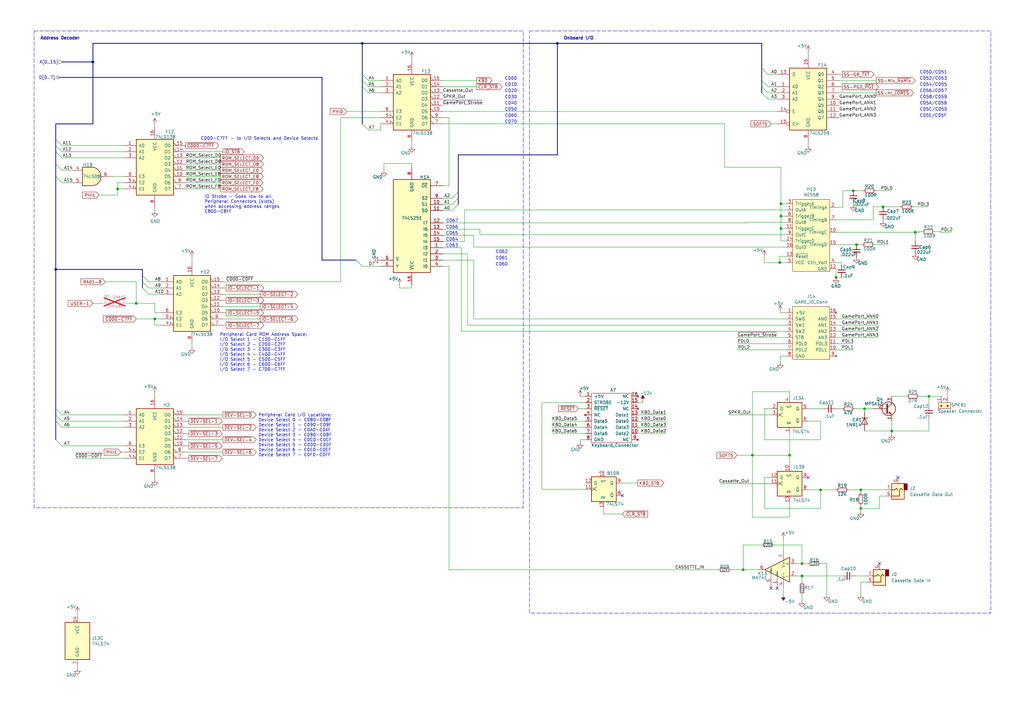
<source format=kicad_sch>
(kicad_sch (version 20230121) (generator eeschema)
  (paper "A3")
  (title_block (title "Apple II Schematic") (rev "0") (comment 1 "Captured from the Apple II Reference Manual (1979)"))
  (junction (at 354.584 167.64))
  (junction (at 319.786 107.696))
  (junction (at 320.294 93.726))
  (junction (at 351.282 100.33))
  (junction (at 48.26 77.47))
  (junction (at 342.9 113.792))
  (junction (at 308.61 186.69))
  (junction (at 320.294 83.566))
  (junction (at 304.8 233.68))
  (junction (at 148.59 17.78))
  (junction (at 336.55 200.914))
  (junction (at 22.86 110.49))
  (junction (at 362.204 84.836))
  (junction (at 350.012 78.232))
  (junction (at 55.88 124.46))
  (junction (at 353.06 208.534))
  (junction (at 375.412 95.25))
  (junction (at 381 162.56))
  (junction (at 228.6 17.78))
  (junction (at 323.85 186.69))
  (junction (at 365.76 176.784))
  (junction (at 320.294 88.646))
  (junction (at 63.5 130.81))
  (junction (at 38.1 25.4))
  (junction (at 328.93 236.22))
  (junction (at 328.93 231.14))
  (junction (at 353.06 200.914))
  (no_connect (at 255.27 203.2))
  (no_connect (at 368.3 195.834))
  (no_connect (at 360.68 231.14))
  (no_connect (at 316.23 241.3))
  (no_connect (at 331.47 195.834))
  (no_connect (at 318.77 241.3))
  (bus_entry (at 148.59 30.48) (size 2.54 2.54))
  (bus_entry (at 22.86 59.69) (size 2.54 2.54))
  (bus_entry (at 185.42 83.82) (size 2.54 -2.54))
  (bus_entry (at 312.42 35.56) (size 2.54 2.54))
  (bus_entry (at 22.86 172.72) (size 2.54 2.54))
  (bus_entry (at 22.86 180.34) (size 2.54 2.54))
  (bus_entry (at 22.86 167.64) (size 2.54 2.54))
  (bus_entry (at 22.86 72.39) (size 2.54 2.54))
  (bus_entry (at 58.42 115.57) (size 2.54 2.54))
  (bus_entry (at 22.86 62.23) (size 2.54 2.54))
  (bus_entry (at 312.42 38.1) (size 2.54 2.54))
  (bus_entry (at 148.59 33.02) (size 2.54 2.54))
  (bus_entry (at 58.42 118.11) (size 2.54 2.54))
  (bus_entry (at 58.42 113.03) (size 2.54 2.54))
  (bus_entry (at 312.42 33.02) (size 2.54 2.54))
  (bus_entry (at 185.42 86.36) (size 2.54 -2.54))
  (bus_entry (at 312.42 27.94) (size 2.54 2.54))
  (bus_entry (at 185.42 81.28) (size 2.54 -2.54))
  (bus_entry (at 148.59 35.56) (size 2.54 2.54))
  (bus_entry (at 22.86 57.15) (size 2.54 2.54))
  (bus_entry (at 22.86 170.18) (size 2.54 2.54))
  (bus_entry (at 148.59 50.8) (size 2.54 2.54))
  (bus_entry (at 146.05 106.68) (size 2.54 2.54))
  (bus_entry (at 22.86 67.31) (size 2.54 2.54))
  (wire (pts (xy 313.69 167.64) (xy 313.69 180.34)))
  (wire (pts (xy 226.314 172.72) (xy 240.03 172.72)))
  (wire (pts (xy 91.44 125.73) (xy 106.68 125.73)))
  (bus (pts (xy 58.42 113.03) (xy 58.42 115.57)))
  (wire (pts (xy 297.18 50.8) (xy 297.18 68.58)))
  (wire (pts (xy 319.786 107.696) (xy 322.58 107.696)))
  (wire (pts (xy 50.8 172.72) (xy 25.4 172.72)))
  (wire (pts (xy 365.76 162.56) (xy 371.856 162.56)))
  (wire (pts (xy 342.9 135.89) (xy 360.172 135.89)))
  (bus (pts (xy 22.86 170.18) (xy 22.86 172.72)))
  (wire (pts (xy 321.31 241.3) (xy 321.31 243.84)))
  (wire (pts (xy 331.47 231.14) (xy 328.93 231.14)))
  (wire (pts (xy 168.91 59.944) (xy 168.91 58.42)))
  (wire (pts (xy 350.012 78.232) (xy 354.076 78.232)))
  (wire (pts (xy 194.31 106.68) (xy 194.31 130.81)))
  (wire (pts (xy 151.13 53.34) (xy 156.21 53.34)))
  (wire (pts (xy 328.93 236.22) (xy 328.93 238.76)))
  (wire (pts (xy 323.85 186.69) (xy 323.85 190.754)))
  (wire (pts (xy 304.8 223.52) (xy 304.8 233.68)))
  (wire (pts (xy 320.294 88.646) (xy 320.294 93.726)))
  (bus (pts (xy 22.86 172.72) (xy 22.86 180.34)))
  (wire (pts (xy 385.826 94.996) (xy 385.826 95.25)))
  (wire (pts (xy 336.55 200.914) (xy 342.9 200.914)))
  (bus (pts (xy 22.86 50.8) (xy 22.86 57.15)))
  (wire (pts (xy 342.9 95.25) (xy 375.412 95.25)))
  (wire (pts (xy 50.8 175.26) (xy 25.4 175.26)))
  (wire (pts (xy 139.7 48.26) (xy 156.21 48.26)))
  (wire (pts (xy 302.514 143.51) (xy 322.58 143.51)))
  (wire (pts (xy 78.74 140.97) (xy 78.74 142.494)))
  (wire (pts (xy 358.14 90.17) (xy 358.14 84.836)))
  (bus (pts (xy 228.6 17.78) (xy 312.42 17.78)))
  (bus (pts (xy 22.86 57.15) (xy 22.86 59.69)))
  (bus (pts (xy 22.86 72.39) (xy 22.86 110.49)))
  (wire (pts (xy 49.53 185.42) (xy 50.8 185.42)))
  (wire (pts (xy 339.09 231.14) (xy 339.09 243.84)))
  (wire (pts (xy 25.4 62.23) (xy 50.8 62.23)))
  (wire (pts (xy 306.07 91.186) (xy 322.58 91.186)))
  (wire (pts (xy 184.15 76.2) (xy 181.61 76.2)))
  (wire (pts (xy 151.13 33.02) (xy 156.21 33.02)))
  (wire (pts (xy 31.75 273.05) (xy 31.75 274.066)))
  (wire (pts (xy 273.304 172.72) (xy 261.62 172.72)))
  (wire (pts (xy 76.2 172.72) (xy 77.47 172.72)))
  (wire (pts (xy 157.48 67.056) (xy 168.91 67.056)))
  (wire (pts (xy 273.304 170.18) (xy 261.62 170.18)))
  (wire (pts (xy 322.58 93.726) (xy 320.294 93.726)))
  (bus (pts (xy 132.08 31.75) (xy 132.08 106.68)))
  (bus (pts (xy 38.1 17.78) (xy 148.59 17.78)))
  (wire (pts (xy 91.44 133.35) (xy 92.71 133.35)))
  (wire (pts (xy 184.15 48.26) (xy 184.15 76.2)))
  (wire (pts (xy 342.9 85.09) (xy 345.694 85.09)))
  (wire (pts (xy 76.2 69.85) (xy 90.424 69.85)))
  (bus (pts (xy 58.42 115.57) (xy 58.42 118.11)))
  (wire (pts (xy 336.55 180.34) (xy 336.55 172.72)))
  (wire (pts (xy 181.61 45.72) (xy 318.77 45.72)))
  (wire (pts (xy 66.04 133.35) (xy 63.5 133.35)))
  (wire (pts (xy 25.4 59.69) (xy 50.8 59.69)))
  (wire (pts (xy 342.9 107.696) (xy 345.186 107.696)))
  (wire (pts (xy 181.61 50.8) (xy 297.18 50.8)))
  (wire (pts (xy 354.584 176.784) (xy 354.584 176.53)))
  (wire (pts (xy 354.584 167.64) (xy 354.584 168.91)))
  (wire (pts (xy 226.314 175.26) (xy 240.03 175.26)))
  (wire (pts (xy 163.83 118.11) (xy 168.91 118.11)))
  (wire (pts (xy 194.31 101.346) (xy 194.31 96.52)))
  (wire (pts (xy 342.9 138.43) (xy 360.172 138.43)))
  (wire (pts (xy 342.9 140.97) (xy 350.012 140.97)))
  (wire (pts (xy 43.18 115.57) (xy 55.88 115.57)))
  (wire (pts (xy 189.23 135.89) (xy 322.58 135.89)))
  (wire (pts (xy 55.88 124.46) (xy 63.5 124.46)))
  (wire (pts (xy 76.2 185.42) (xy 91.44 185.42)))
  (wire (pts (xy 345.44 30.48) (xy 344.17 30.48)))
  (wire (pts (xy 50.8 170.18) (xy 25.4 170.18)))
  (wire (pts (xy 185.42 81.28) (xy 181.61 81.28)))
  (wire (pts (xy 358.648 100.33) (xy 364.236 100.33)))
  (wire (pts (xy 322.58 101.346) (xy 194.31 101.346)))
  (wire (pts (xy 302.514 140.97) (xy 322.58 140.97)))
  (wire (pts (xy 328.93 243.84) (xy 328.93 246.38)))
  (bus (pts (xy 38.1 50.8) (xy 22.86 50.8)))
  (wire (pts (xy 50.8 74.93) (xy 48.26 74.93)))
  (wire (pts (xy 359.41 38.1) (xy 344.17 38.1)))
  (wire (pts (xy 320.04 146.05) (xy 322.58 146.05)))
  (bus (pts (xy 148.59 30.48) (xy 148.59 33.02)))
  (wire (pts (xy 360.68 208.534) (xy 360.68 203.454)))
  (bus (pts (xy 22.86 59.69) (xy 22.86 62.23)))
  (wire (pts (xy 355.6 236.22) (xy 350.52 236.22)))
  (wire (pts (xy 320.294 68.58) (xy 320.294 83.566)))
  (wire (pts (xy 295.656 198.374) (xy 316.23 198.374)))
  (wire (pts (xy 76.2 72.39) (xy 90.424 72.39)))
  (wire (pts (xy 311.15 233.68) (xy 304.8 233.68)))
  (wire (pts (xy 185.42 86.36) (xy 181.61 86.36)))
  (wire (pts (xy 353.06 238.76) (xy 353.06 243.84)))
  (wire (pts (xy 76.2 177.8) (xy 77.47 177.8)))
  (wire (pts (xy 63.5 161.036) (xy 63.5 162.56)))
  (wire (pts (xy 318.77 38.1) (xy 314.96 38.1)))
  (wire (pts (xy 63.5 133.35) (xy 63.5 130.81)))
  (wire (pts (xy 63.5 85.09) (xy 63.5 86.36)))
  (wire (pts (xy 76.2 182.88) (xy 77.47 182.88)))
  (wire (pts (xy 63.5 130.81) (xy 66.04 130.81)))
  (bus (pts (xy 22.86 110.49) (xy 22.86 167.64)))
  (wire (pts (xy 328.93 223.52) (xy 328.93 231.14)))
  (bus (pts (xy 312.42 33.02) (xy 312.42 35.56)))
  (wire (pts (xy 322.58 86.106) (xy 190.5 86.106)))
  (wire (pts (xy 345.44 236.22) (xy 328.93 236.22)))
  (wire (pts (xy 240.03 162.56) (xy 237.998 162.56)))
  (wire (pts (xy 312.42 223.52) (xy 304.8 223.52)))
  (wire (pts (xy 184.15 233.68) (xy 294.64 233.68)))
  (wire (pts (xy 76.2 67.31) (xy 90.424 67.31)))
  (wire (pts (xy 323.85 177.8) (xy 323.85 186.69)))
  (wire (pts (xy 353.06 202.184) (xy 353.06 200.914)))
  (wire (pts (xy 189.23 101.6) (xy 181.61 101.6)))
  (wire (pts (xy 381 166.37) (xy 381 162.56)))
  (wire (pts (xy 184.15 109.22) (xy 184.15 233.68)))
  (bus (pts (xy 38.1 25.4) (xy 38.1 50.8)))
  (wire (pts (xy 222.25 200.66) (xy 240.03 200.66)))
  (wire (pts (xy 237.998 181.356) (xy 237.998 180.34)))
  (wire (pts (xy 91.44 115.57) (xy 139.7 115.57)))
  (wire (pts (xy 378.206 94.996) (xy 376.936 94.996)))
  (wire (pts (xy 345.186 107.696) (xy 345.186 108.712)))
  (wire (pts (xy 328.93 231.14) (xy 326.39 231.14)))
  (wire (pts (xy 365.76 176.784) (xy 354.584 176.784)))
  (wire (pts (xy 237.998 180.34) (xy 240.03 180.34)))
  (wire (pts (xy 55.88 115.57) (xy 55.88 124.46)))
  (wire (pts (xy 189.23 101.6) (xy 189.23 135.89)))
  (wire (pts (xy 353.06 200.914) (xy 363.22 200.914)))
  (wire (pts (xy 322.58 83.566) (xy 320.294 83.566)))
  (wire (pts (xy 38.1 124.46) (xy 41.91 124.46)))
  (wire (pts (xy 31.75 251.46) (xy 31.75 252.73)))
  (bus (pts (xy 148.59 33.02) (xy 148.59 35.56)))
  (wire (pts (xy 63.5 51.054) (xy 63.5 52.07)))
  (wire (pts (xy 91.44 130.81) (xy 106.68 130.81)))
  (wire (pts (xy 181.61 33.02) (xy 195.58 33.02)))
  (wire (pts (xy 376.936 95.25) (xy 375.412 95.25)))
  (wire (pts (xy 48.26 77.47) (xy 50.8 77.47)))
  (wire (pts (xy 196.85 96.266) (xy 196.85 93.98)))
  (wire (pts (xy 385.826 95.25) (xy 390.144 95.25)))
  (wire (pts (xy 342.9 143.51) (xy 350.012 143.51)))
  (wire (pts (xy 247.65 210.82) (xy 255.27 210.82)))
  (wire (pts (xy 342.9 133.35) (xy 360.172 133.35)))
  (wire (pts (xy 320.294 93.726) (xy 320.294 98.806)))
  (wire (pts (xy 342.9 130.81) (xy 360.172 130.81)))
  (wire (pts (xy 336.55 231.14) (xy 339.09 231.14)))
  (wire (pts (xy 344.17 35.56) (xy 345.44 35.56)))
  (wire (pts (xy 313.69 180.34) (xy 336.55 180.34)))
  (wire (pts (xy 30.988 187.96) (xy 50.8 187.96)))
  (wire (pts (xy 342.9 110.236) (xy 342.9 113.792)))
  (bus (pts (xy 146.05 106.68) (xy 132.08 106.68)))
  (wire (pts (xy 181.61 48.26) (xy 184.15 48.26)))
  (wire (pts (xy 25.4 74.93) (xy 29.972 74.93)))
  (wire (pts (xy 190.5 86.106) (xy 190.5 99.06)))
  (wire (pts (xy 76.2 77.47) (xy 90.424 77.47)))
  (wire (pts (xy 383.286 94.996) (xy 385.826 94.996)))
  (wire (pts (xy 52.07 124.46) (xy 55.88 124.46)))
  (wire (pts (xy 185.42 83.82) (xy 181.61 83.82)))
  (wire (pts (xy 139.7 115.57) (xy 139.7 48.26)))
  (wire (pts (xy 298.704 170.18) (xy 316.23 170.18)))
  (wire (pts (xy 191.77 104.14) (xy 191.77 133.35)))
  (bus (pts (xy 187.96 81.28) (xy 187.96 83.82)))
  (wire (pts (xy 365.76 172.72) (xy 365.76 176.784)))
  (wire (pts (xy 318.77 30.48) (xy 314.96 30.48)))
  (wire (pts (xy 308.61 186.69) (xy 323.85 186.69)))
  (wire (pts (xy 273.304 175.26) (xy 261.62 175.26)))
  (wire (pts (xy 302.26 186.69) (xy 308.61 186.69)))
  (wire (pts (xy 381 176.784) (xy 365.76 176.784)))
  (bus (pts (xy 25.4 25.4) (xy 38.1 25.4)))
  (wire (pts (xy 375.412 98.806) (xy 375.412 95.25)))
  (wire (pts (xy 40.64 80.01) (xy 48.26 80.01)))
  (wire (pts (xy 369.316 84.836) (xy 362.204 84.836)))
  (wire (pts (xy 297.18 68.58) (xy 320.294 68.58)))
  (wire (pts (xy 362.204 90.424) (xy 362.204 89.916)))
  (wire (pts (xy 76.2 187.96) (xy 77.47 187.96)))
  (wire (pts (xy 318.77 35.56) (xy 314.96 35.56)))
  (wire (pts (xy 331.47 59.944) (xy 331.47 58.42)))
  (wire (pts (xy 323.85 162.56) (xy 323.85 160.655)))
  (wire (pts (xy 328.93 236.22) (xy 326.39 236.22)))
  (wire (pts (xy 350.012 83.312) (xy 350.012 83.82)))
  (wire (pts (xy 76.2 64.77) (xy 90.424 64.77)))
  (wire (pts (xy 313.436 107.696) (xy 319.786 107.696)))
  (wire (pts (xy 66.04 118.11) (xy 60.96 118.11)))
  (bus (pts (xy 148.59 35.56) (xy 148.59 50.8)))
  (bus (pts (xy 187.96 78.74) (xy 187.96 81.28)))
  (bus (pts (xy 187.96 63.5) (xy 187.96 78.74)))
  (wire (pts (xy 376.936 94.996) (xy 376.936 95.25)))
  (wire (pts (xy 354.584 167.64) (xy 358.14 167.64)))
  (wire (pts (xy 374.396 84.836) (xy 380.746 84.836)))
  (bus (pts (xy 148.59 17.78) (xy 228.6 17.78)))
  (wire (pts (xy 76.2 170.18) (xy 91.44 170.18)))
  (wire (pts (xy 168.91 118.11) (xy 168.91 116.84)))
  (wire (pts (xy 313.436 105.156) (xy 313.436 107.696)))
  (wire (pts (xy 336.55 200.914) (xy 331.47 200.914)))
  (wire (pts (xy 63.5 195.58) (xy 63.5 196.596)))
  (wire (pts (xy 240.03 165.1) (xy 222.25 165.1)))
  (bus (pts (xy 22.86 67.31) (xy 22.86 72.39)))
  (wire (pts (xy 320.294 98.806) (xy 322.58 98.806)))
  (wire (pts (xy 345.694 78.232) (xy 350.012 78.232)))
  (wire (pts (xy 181.61 35.56) (xy 195.58 35.56)))
  (wire (pts (xy 318.77 40.64) (xy 314.96 40.64)))
  (wire (pts (xy 247.65 208.28) (xy 247.65 210.82)))
  (wire (pts (xy 319.786 105.156) (xy 322.58 105.156)))
  (wire (pts (xy 322.58 88.646) (xy 320.294 88.646)))
  (wire (pts (xy 157.48 69.85) (xy 157.48 67.056)))
  (wire (pts (xy 194.31 96.52) (xy 181.61 96.52)))
  (wire (pts (xy 91.44 120.65) (xy 106.68 120.65)))
  (wire (pts (xy 308.61 186.69) (xy 308.61 212.09)))
  (wire (pts (xy 63.5 128.27) (xy 66.04 128.27)))
  (wire (pts (xy 151.13 38.1) (xy 156.21 38.1)))
  (bus (pts (xy 22.86 110.49) (xy 58.42 110.49)))
  (wire (pts (xy 353.06 207.264) (xy 353.06 208.534)))
  (wire (pts (xy 331.47 21.336) (xy 331.47 22.86)))
  (bus (pts (xy 228.6 63.5) (xy 228.6 17.78)))
  (wire (pts (xy 76.2 74.93) (xy 90.424 74.93)))
  (wire (pts (xy 25.4 69.85) (xy 29.972 69.85)))
  (wire (pts (xy 358.14 84.836) (xy 362.204 84.836)))
  (wire (pts (xy 342.9 90.17) (xy 358.14 90.17)))
  (wire (pts (xy 261.62 165.1) (xy 263.652 165.1)))
  (wire (pts (xy 66.04 115.57) (xy 60.96 115.57)))
  (wire (pts (xy 196.85 93.98) (xy 181.61 93.98)))
  (wire (pts (xy 91.44 118.11) (xy 92.71 118.11)))
  (wire (pts (xy 381 162.56) (xy 386.08 162.56)))
  (wire (pts (xy 194.31 130.81) (xy 322.58 130.81)))
  (wire (pts (xy 313.69 208.534) (xy 336.55 208.534)))
  (wire (pts (xy 76.2 175.26) (xy 91.44 175.26)))
  (wire (pts (xy 263.652 165.1) (xy 263.652 164.592)))
  (wire (pts (xy 359.156 78.232) (xy 365.76 78.232)))
  (bus (pts (xy 312.42 35.56) (xy 312.42 38.1)))
  (bus (pts (xy 22.86 62.23) (xy 22.86 67.31)))
  (wire (pts (xy 359.41 33.02) (xy 344.17 33.02)))
  (wire (pts (xy 304.8 233.68) (xy 299.72 233.68)))
  (wire (pts (xy 320.04 128.27) (xy 322.58 128.27)))
  (wire (pts (xy 50.8 182.88) (xy 25.4 182.88)))
  (bus (pts (xy 22.86 167.64) (xy 22.86 170.18)))
  (wire (pts (xy 350.52 167.64) (xy 354.584 167.64)))
  (wire (pts (xy 302.26 138.43) (xy 322.58 138.43)))
  (wire (pts (xy 320.04 128.27) (xy 320.04 127.762)))
  (wire (pts (xy 376.936 162.56) (xy 381 162.56)))
  (wire (pts (xy 148.59 109.22) (xy 156.21 109.22)))
  (wire (pts (xy 222.25 165.1) (xy 222.25 200.66)))
  (wire (pts (xy 316.23 167.64) (xy 313.69 167.64)))
  (wire (pts (xy 323.85 160.655) (xy 308.61 160.655)))
  (wire (pts (xy 316.23 50.8) (xy 318.77 50.8)))
  (wire (pts (xy 353.06 208.534) (xy 360.68 208.534)))
  (wire (pts (xy 316.23 195.834) (xy 313.69 195.834)))
  (wire (pts (xy 76.2 180.34) (xy 91.44 180.34)))
  (wire (pts (xy 78.74 105.41) (xy 78.74 107.95)))
  (wire (pts (xy 168.91 67.056) (xy 168.91 68.58)))
  (wire (pts (xy 320.294 83.566) (xy 320.294 88.646)))
  (wire (pts (xy 237.236 167.64) (xy 240.03 167.64)))
  (wire (pts (xy 319.786 105.156) (xy 319.786 107.696)))
  (wire (pts (xy 163.83 116.84) (xy 163.83 118.11)))
  (wire (pts (xy 168.91 23.876) (xy 168.91 25.4)))
  (wire (pts (xy 328.93 223.52) (xy 317.5 223.52)))
  (wire (pts (xy 181.61 106.68) (xy 194.31 106.68)))
  (wire (pts (xy 321.31 220.98) (xy 321.31 226.06)))
  (wire (pts (xy 45.212 72.39) (xy 50.8 72.39)))
  (wire (pts (xy 76.2 62.23) (xy 91.44 62.23)))
  (wire (pts (xy 347.98 200.914) (xy 353.06 200.914)))
  (wire (pts (xy 322.58 96.266) (xy 196.85 96.266)))
  (wire (pts (xy 306.07 91.186) (xy 306.07 91.44)))
  (wire (pts (xy 25.4 64.77) (xy 50.8 64.77)))
  (wire (pts (xy 336.55 172.72) (xy 331.47 172.72)))
  (wire (pts (xy 91.44 128.27) (xy 92.71 128.27)))
  (wire (pts (xy 91.44 123.19) (xy 92.71 123.19)))
  (bus (pts (xy 312.42 27.94) (xy 312.42 33.02)))
  (wire (pts (xy 342.9 167.64) (xy 345.44 167.64)))
  (bus (pts (xy 312.42 17.78) (xy 312.42 27.94)))
  (wire (pts (xy 381 171.45) (xy 381 176.784)))
  (wire (pts (xy 181.61 109.22) (xy 184.15 109.22)))
  (wire (pts (xy 142.24 45.72) (xy 156.21 45.72)))
  (wire (pts (xy 306.07 91.44) (xy 181.61 91.44)))
  (bus (pts (xy 148.59 17.78) (xy 148.59 30.48)))
  (wire (pts (xy 345.186 113.792) (xy 342.9 113.792)))
  (wire (pts (xy 48.26 77.47) (xy 48.26 80.01)))
  (wire (pts (xy 308.61 212.09) (xy 323.85 212.09)))
  (wire (pts (xy 388.62 161.29) (xy 388.62 162.56)))
  (wire (pts (xy 63.5 124.46) (xy 63.5 128.27)))
  (wire (pts (xy 156.21 50.8) (xy 156.21 53.34)))
  (wire (pts (xy 320.04 148.59) (xy 320.04 146.05)))
  (wire (pts (xy 48.26 74.93) (xy 48.26 77.47)))
  (wire (pts (xy 190.5 99.06) (xy 181.61 99.06)))
  (wire (pts (xy 308.61 160.655) (xy 308.61 186.69)))
  (wire (pts (xy 355.6 238.76) (xy 353.06 238.76)))
  (wire (pts (xy 226.314 177.8) (xy 240.03 177.8)))
  (wire (pts (xy 181.61 104.14) (xy 191.77 104.14)))
  (bus (pts (xy 58.42 110.49) (xy 58.42 113.03)))
  (wire (pts (xy 66.04 120.65) (xy 60.96 120.65)))
  (wire (pts (xy 336.55 200.914) (xy 336.55 208.534)))
  (wire (pts (xy 365.76 176.784) (xy 365.76 178.054)))
  (wire (pts (xy 255.27 198.12) (xy 261.62 198.12)))
  (wire (pts (xy 331.47 167.64) (xy 337.82 167.64)))
  (bus (pts (xy 24.13 31.75) (xy 132.08 31.75)))
  (bus (pts (xy 187.96 63.5) (xy 228.6 63.5)))
  (wire (pts (xy 351.282 100.33) (xy 353.568 100.33)))
  (wire (pts (xy 345.694 85.09) (xy 345.694 78.232)))
  (wire (pts (xy 151.13 35.56) (xy 156.21 35.56)))
  (wire (pts (xy 55.88 130.81) (xy 63.5 130.81)))
  (wire (pts (xy 191.77 133.35) (xy 322.58 133.35)))
  (wire (pts (xy 353.06 208.534) (xy 353.06 209.804)))
  (wire (pts (xy 342.9 100.33) (xy 351.282 100.33)))
  (wire (pts (xy 360.68 203.454) (xy 363.22 203.454)))
  (wire (pts (xy 313.69 195.834) (xy 313.69 208.534)))
  (wire (pts (xy 273.304 177.8) (xy 261.62 177.8)))
  (wire (pts (xy 323.85 212.09) (xy 323.85 205.994)))
  (bus (pts (xy 38.1 17.78) (xy 38.1 25.4)))
  (rectangle (start 217.17 12.7) (end 406.4 251.46) (stroke (width 0) (type dash)))
  (rectangle (start 13.97 12.7) (end 214.63 208.28) (stroke (width 0) (type dash)))
  (text "C050/C051" (at 377.19 30.48 0) (effects (font (size 1.27 1.27)) (justify left bottom)))
  (text "C060" (at 207.01 48.26 0) (effects (font (size 1.27 1.27)) (justify left bottom)))
  (text "C05E/C05F" (at 377.19 48.26 0) (effects (font (size 1.27 1.27)) (justify left bottom)))
  (text "C063" (at 182.88 101.6 0) (effects (font (size 1.27 1.27)) (justify left bottom)))
  (text "C054/C055" (at 377.19 35.56 0) (effects (font (size 1.27 1.27)) (justify left bottom)))
  (text "C050" (at 207.01 45.72 0) (effects (font (size 1.27 1.27)) (justify left bottom)))
  (text "C070" (at 207.01 50.8 0) (effects (font (size 1.27 1.27)) (justify left bottom)))
  (text "C052/C053" (at 377.19 33.02 0) (effects (font (size 1.27 1.27)) (justify left bottom)))
  (text "IO Strobe - Goes low to all \nPeripheral Connectors (slots)\nwhen accessing address ranges\nC800-C8FF" (at 83.82 87.63 0) (effects (font (size 1.27 1.27)) (justify left bottom)))
  (text "C066" (at 182.88 93.98 0) (effects (font (size 1.27 1.27)) (justify left bottom)))
  (text "C010" (at 207.01 35.56 0) (effects (font (size 1.27 1.27)) (justify left bottom)))
  (text "C000" (at 207.01 33.02 0) (effects (font (size 1.27 1.27)) (justify left bottom)))
  (text "Onboard I/O" (at 231.14 16.51 0) (effects (font (size 1.27 1.27) (thickness 0.254) bold) (justify left bottom)))
  (text "C061" (at 203.2 106.68 0) (effects (font (size 1.27 1.27)) (justify left bottom)))
  (text "C05A/C05B" (at 377.19 43.18 0) (effects (font (size 1.27 1.27)) (justify left bottom)))
  (text "Address Decoder" (at 16.51 16.51 0) (effects (font (size 1.27 1.27) (thickness 0.254) bold) (justify left bottom)))
  (text "C062" (at 203.2 104.14 0) (effects (font (size 1.27 1.27)) (justify left bottom)))
  (text "C05C/C05D" (at 377.19 45.72 0) (effects (font (size 1.27 1.27)) (justify left bottom)))
  (text "C040" (at 207.01 43.18 0) (effects (font (size 1.27 1.27)) (justify left bottom)))
  (text "C060" (at 203.2 109.22 0) (effects (font (size 1.27 1.27)) (justify left bottom)))
  (text "Peripheral Card I/O Locations:\nDevice Select 0 - C080-C08F\nDevice Select 1 - C090-C09F\nDevice Select 2 - C0A0-C0AF\nDevice Select 3 - C0B0-C0BF\nDevice Select 4 - C0C0-C0CF\nDevice Select 5 - C0D0-C0DF\nDevice Select 6 - C0E0-C0EF\nDevice Select 7 - C0F0-C0FF" (at 105.918 187.452 0) (effects (font (size 1.27 1.27)) (justify left bottom)))
  (text "C064" (at 182.88 99.06 0) (effects (font (size 1.27 1.27)) (justify left bottom)))
  (text "C030" (at 207.01 40.64 0) (effects (font (size 1.27 1.27)) (justify left bottom)))
  (text "C056/C057" (at 377.19 38.1 0) (effects (font (size 1.27 1.27)) (justify left bottom)))
  (text "C065" (at 182.88 96.52 0) (effects (font (size 1.27 1.27)) (justify left bottom)))
  (text "C058/C059" (at 377.19 40.64 0) (effects (font (size 1.27 1.27)) (justify left bottom)))
  (text "C000-C7FF - to I/O Selects and Device Selects" (at 82.296 57.658 0) (effects (font (size 1.27 1.27)) (justify left bottom)))
  (text "C067" (at 182.88 91.44 0) (effects (font (size 1.27 1.27)) (justify left bottom)))
  (text "C020" (at 207.01 38.1 0) (effects (font (size 1.27 1.27)) (justify left bottom)))
  (text "Peripheral Card ROM Address Space:\nI/O Select 1 - C100-C1FF\nI/O Select 2 - C200-C2FF\nI/O Select 3 - C300-C3FF\nI/O Select 4 - C400-C4FF\nI/O Select 5 - C500-C5FF\nI/O Select 6 - C600-C6FF\nI/O Select 7 - C700-C7FF" (at 90.17 152.4 0) (effects (font (size 1.27 1.27)) (justify left bottom)))
  (label "~{C000-C0FF}" (at 92.71 115.57 0))
  (label "A2" (at 316.23 38.1 0))
  (label "A1" (at 316.23 35.56 0))
  (label "ROM_Select_E0" (at 76.2 69.85 0))
  (label "GamePort_ANN2" (at 345.186 135.89 0))
  (label "PDL1" (at 359.664 100.33 0))
  (label "KBD_Data1" (at 273.304 170.18 180))
  (label "A15" (at 26.162 74.93 0))
  (label "PDL1" (at 345.186 143.51 0))
  (label "A6" (at 151.13 38.1 0))
  (label "A5" (at 151.13 35.56 0))
  (label "A4" (at 26.162 170.18 0))
  (label "A14" (at 26.162 69.85 0))
  (label "KBD_Data6" (at 226.314 177.8 0))
  (label "ROM_Select_E8" (at 76.2 72.39 0))
  (label "A7" (at 26.162 182.88 0))
  (label "ROM_Select_D8" (at 76.2 67.31 0))
  (label "A10" (at 63.5 120.65 0))
  (label "A0" (at 182.118 86.36 0))
  (label "GamePort_ANN3" (at 344.17 48.26 0))
  (label "A9" (at 63.5 118.11 0))
  (label "A11" (at 25.654 59.69 0))
  (label "Cassette_Out" (at 181.61 38.1 0))
  (label "A7" (at 151.13 53.34 0))
  (label "GamePort_ANN1" (at 344.17 43.18 0))
  (label "A12" (at 25.654 62.23 0))
  (label "GamePort_ANN0" (at 344.17 40.64 0))
  (label "~{GamePort_Strobe}" (at 318.77 138.43 180))
  (label "ROM_Select_F8" (at 76.2 77.47 0))
  (label "GamePort_ANN0" (at 345.186 130.81 0))
  (label "Cassette_Out" (at 307.34 198.374 180))
  (label "PDL3" (at 376.174 84.836 0))
  (label "A4" (at 151.13 33.02 0))
  (label "A1" (at 182.118 83.82 0))
  (label "KBD_Data3" (at 273.304 175.26 180))
  (label "KBD_Data5" (at 226.314 172.72 0))
  (label "SPKR_Out" (at 307.975 170.18 180))
  (label "CASSETTE_IN" (at 276.86 233.68 0))
  (label "A6" (at 26.162 175.26 0))
  (label "~{GamePort_Strobe}" (at 181.61 43.18 0))
  (label "D7" (at 151.13 109.22 0))
  (label "A0" (at 316.23 30.48 0))
  (label "PDL0" (at 307.34 140.97 180))
  (label "ROM_Select_D0" (at 76.2 64.77 0))
  (label "A13" (at 25.654 64.77 0))
  (label "KBD_Data2" (at 273.304 177.8 180))
  (label "~{C000-C0FF}" (at 42.164 187.96 180))
  (label "A5" (at 26.162 172.72 0))
  (label "A8" (at 63.5 115.57 0))
  (label "PDL0" (at 361.188 78.232 0))
  (label "SPKR_Out" (at 181.61 40.64 0))
  (label "PDL2" (at 307.594 143.51 180))
  (label "GamePort_ANN1" (at 345.186 133.35 0))
  (label "PDL3" (at 345.186 140.97 0))
  (label "KBD_Data0" (at 273.304 172.72 180))
  (label "A2" (at 182.118 81.28 0))
  (label "GamePort_ANN2" (at 344.17 45.72 0))
  (label "GamePort_ANN3" (at 345.186 138.43 0))
  (label "ROM_Select_F0" (at 76.2 74.93 0))
  (label "A3" (at 316.23 40.64 0))
  (label "KBD_Data4" (at 226.314 175.26 0))
  (label "PDL2" (at 385.826 95.25 0))
  (global_label "SS-Mix_~{NoMix}" (shape output) (at 359.41 33.02 0) (property "Intersheetrefs" "${INTERSHEET_REFS}" (effects hide)))
  (global_label "~{C000-C7FF}" (shape input) (at 55.88 130.81 180) (property "Intersheetrefs" "${INTERSHEET_REFS}" (effects hide)))
  (global_label "~{IO-SELECT-4}" (shape output) (at 106.68 125.73 0) (property "Intersheetrefs" "${INTERSHEET_REFS}" (effects hide)))
  (global_label "~{IO-SELECT-6}" (shape output) (at 106.68 130.81 0) (property "Intersheetrefs" "${INTERSHEET_REFS}" (effects hide)))
  (global_label "~{DEV-SEL-2}" (shape output) (at 91.44 175.26 0) (property "Intersheetrefs" "${INTERSHEET_REFS}" (effects hide)))
  (global_label "~{DEV-SEL-7}" (shape output) (at 77.47 187.96 0) (property "Intersheetrefs" "${INTERSHEET_REFS}" (effects hide)))
  (global_label "~{DEV-SEL-6}" (shape output) (at 91.44 185.42 0) (property "Intersheetrefs" "${INTERSHEET_REFS}" (effects hide)))
  (global_label "~{RESET}" (shape input) (at 237.236 167.64 180) (property "Intersheetrefs" "${INTERSHEET_REFS}" (effects hide)))
  (global_label "SS-PG2_~{PG1}" (shape output) (at 345.44 35.56 0) (property "Intersheetrefs" "${INTERSHEET_REFS}" (effects hide)))
  (global_label "~{DEV-SEL-3}" (shape output) (at 77.47 177.8 0) (property "Intersheetrefs" "${INTERSHEET_REFS}" (effects hide)))
  (global_label "~{IO-SELECT-5}" (shape output) (at 92.71 128.27 0) (property "Intersheetrefs" "${INTERSHEET_REFS}" (effects hide)))
  (global_label "~{DEV-SEL-1}" (shape output) (at 77.47 172.72 0) (property "Intersheetrefs" "${INTERSHEET_REFS}" (effects hide)))
  (global_label "SOFT5" (shape input) (at 302.26 186.69 180) (property "Intersheetrefs" "${INTERSHEET_REFS}" (effects hide)))
  (global_label "~{KBD}" (shape output) (at 195.58 33.02 0) (property "Intersheetrefs" "${INTERSHEET_REFS}" (effects hide)))
  (global_label "ROM_SELECT_D0" (shape output) (at 90.424 64.77 0) (property "Intersheetrefs" "${INTERSHEET_REFS}" (effects hide)))
  (global_label "PHI1" (shape input) (at 49.53 185.42 180) (property "Intersheetrefs" "${INTERSHEET_REFS}" (effects hide)))
  (global_label "ROM_SELECT_E8" (shape output) (at 90.424 72.39 0) (property "Intersheetrefs" "${INTERSHEET_REFS}" (effects hide)))
  (global_label "ROM_SELECT_F0" (shape output) (at 90.424 74.93 0) (property "Intersheetrefs" "${INTERSHEET_REFS}" (effects hide)))
  (global_label "~{IO-SELECT-1}" (shape output) (at 92.71 118.11 0) (property "Intersheetrefs" "${INTERSHEET_REFS}" (effects hide)))
  (global_label "SOFT5" (shape input) (at 316.23 50.8 180) (property "Intersheetrefs" "${INTERSHEET_REFS}" (effects hide)))
  (global_label "SS-HI_~{LORES}" (shape output) (at 359.41 38.1 0) (property "Intersheetrefs" "${INTERSHEET_REFS}" (effects hide)))
  (global_label "~{IO-SELECT-3}" (shape output) (at 92.71 123.19 0) (property "Intersheetrefs" "${INTERSHEET_REFS}" (effects hide)))
  (global_label "~{DEV-SEL-0}" (shape output) (at 91.44 170.18 0) (property "Intersheetrefs" "${INTERSHEET_REFS}" (effects hide)))
  (global_label "PHI1" (shape input) (at 40.64 80.01 180) (property "Intersheetrefs" "${INTERSHEET_REFS}" (effects hide)))
  (global_label "ROM_SELECT_E0" (shape output) (at 90.424 69.85 0) (property "Intersheetrefs" "${INTERSHEET_REFS}" (effects hide)))
  (global_label "PHI0" (shape input) (at 142.24 45.72 180) (property "Intersheetrefs" "${INTERSHEET_REFS}" (effects hide)))
  (global_label "ROM_SELECT_D8" (shape output) (at 90.424 67.31 0) (property "Intersheetrefs" "${INTERSHEET_REFS}" (effects hide)))
  (global_label "ROM_SELECT_F8" (shape output) (at 90.424 77.47 0) (property "Intersheetrefs" "${INTERSHEET_REFS}" (effects hide)))
  (global_label "~{DEV-SEL-5}" (shape output) (at 77.47 182.88 0) (property "Intersheetrefs" "${INTERSHEET_REFS}" (effects hide)))
  (global_label "~{IO-SELECT-2}" (shape output) (at 106.68 120.65 0) (property "Intersheetrefs" "${INTERSHEET_REFS}" (effects hide)))
  (global_label "~{C000-C7FF}" (shape output) (at 76.2 59.69 0) (property "Intersheetrefs" "${INTERSHEET_REFS}" (effects hide)))
  (global_label "~{CLR_STB}" (shape output) (at 195.58 35.56 0) (property "Intersheetrefs" "${INTERSHEET_REFS}" (effects hide)))
  (global_label "~{DEV-SEL-4}" (shape output) (at 91.44 180.34 0) (property "Intersheetrefs" "${INTERSHEET_REFS}" (effects hide)))
  (global_label "~{IO-SELECT-7}" (shape output) (at 92.71 133.35 0) (property "Intersheetrefs" "${INTERSHEET_REFS}" (effects hide)))
  (global_label "KBD_STB" (shape output) (at 261.62 198.12 0) (property "Intersheetrefs" "${INTERSHEET_REFS}" (effects hide)))
  (global_label "SS-GR_~{TXT}" (shape output) (at 345.44 30.48 0) (property "Intersheetrefs" "${INTERSHEET_REFS}" (effects hide)))
  (global_label "RA01-8" (shape input) (at 43.18 115.57 180) (property "Intersheetrefs" "${INTERSHEET_REFS}" (effects hide)))
  (global_label "~{CLR_STB}" (shape input) (at 255.27 210.82 0) (property "Intersheetrefs" "${INTERSHEET_REFS}" (effects hide)))
  (global_label "~{IO_STB}" (shape output) (at 91.44 62.23 0) (property "Intersheetrefs" "${INTERSHEET_REFS}" (effects hide)))
  (global_label "USER-1" (shape input) (at 38.1 124.46 180) (property "Intersheetrefs" "${INTERSHEET_REFS}" (effects hide)))
  (hierarchical_label "A[0..15]" (shape input) (at 25.4 25.4 180))
  (hierarchical_label "D[0..7]" (shape output) (at 24.13 31.75 180))
  (symbol (lib_id "AppleII+:NE558") (at 332.74 92.456 0) (unit 1)
    (property "Reference" "H13" (at 332.74 77.597 0))
    (property "Value" "NE558" (at 332.74 79.9084 0))
    (property "Footprint" "Package_DIP:DIP-16_W7.62mm" (effects hide))
  )
  (symbol (lib_id "power:GND") (at 331.47 59.944 0) (unit 1)
    (property "Reference" "#PWR0141" (effects hide))
    (property "Value" "GND" (at 328.93 62.738 0))
  )
  (symbol (lib_id "power:+5V") (at 331.47 21.336 0) (unit 1)
    (property "Reference" "#PWR0142" (effects hide))
    (property "Value" "+5V" (at 328.93 18.796 0))
  )
  (symbol (lib_id "Device:C_Small") (at 340.36 167.64 90) (unit 1)
    (property "Reference" "Cap11" (at 342.138 165.1 90) (effects (justify left)))
    (property "Value" ".1uF" (at 342.392 170.688 90) (effects (justify left)))
    (property "Footprint" "Capacitor_THT:C_Disc_D5.0mm_W2.5mm_P5.00mm" (effects hide))
  )
  (symbol (lib_id "Device:R_Small") (at 356.108 100.33 270) (unit 1)
    (property "Reference" "R21" (at 356.108 98.552 90))
    (property "Value" "100R" (at 356.616 102.108 90))
    (property "Footprint" "Resistor_THT:R_Axial_DIN0207_L6.3mm_D2.5mm_P10.16mm_Horizontal" (effects hide))
  )
  (symbol (lib_id "Device:R_Small") (at 380.746 94.996 270) (unit 1)
    (property "Reference" "R22" (at 380.746 93.218 90))
    (property "Value" "100R" (at 381.254 96.774 90))
    (property "Footprint" "Resistor_THT:R_Axial_DIN0207_L6.3mm_D2.5mm_P10.16mm_Horizontal" (effects hide))
  )
  (symbol (lib_id "Device:R_Small") (at 371.856 84.836 270) (unit 1)
    (property "Reference" "R23" (at 371.856 83.058 90))
    (property "Value" "100R" (at 372.364 86.614 90))
    (property "Footprint" "Resistor_THT:R_Axial_DIN0207_L6.3mm_D2.5mm_P10.16mm_Horizontal" (effects hide))
  )
  (symbol (lib_id "Device:R_Small") (at 356.616 78.232 270) (unit 1)
    (property "Reference" "R20" (at 356.616 76.454 90))
    (property "Value" "100R" (at 357.124 80.01 90))
    (property "Footprint" "Resistor_THT:R_Axial_DIN0207_L6.3mm_D2.5mm_P10.16mm_Horizontal" (effects hide))
  )
  (symbol (lib_id "Device:R_Small") (at 347.98 167.64 270) (unit 1)
    (property "Reference" "R24" (at 347.98 165.862 90))
    (property "Value" "47K" (at 347.98 169.418 90))
    (property "Footprint" "Resistor_THT:R_Axial_DIN0207_L6.3mm_D2.5mm_P10.16mm_Horizontal" (effects hide))
  )
  (symbol (lib_id "Device:D") (at 354.584 172.72 270) (unit 1)
    (property "Reference" "CR1" (at 349.504 172.212 90) (effects (justify left)))
    (property "Value" "1N914" (at 346.964 174.244 90) (effects (justify left)))
    (property "Footprint" "Diode_THT:D_DO-15_P10.16mm_Horizontal" (effects hide))
  )
  (symbol (lib_id "Device:Q_NPN_Darlington_EBC") (at 363.22 167.64 0) (unit 1)
    (property "Reference" "Q4" (at 359.41 163.83 0) (effects (justify left)))
    (property "Value" "MPSA13" (at 354.584 165.608 0) (effects (justify left)))
    (property "Footprint" "Package_TO_SOT_THT:TO-92" (effects hide))
    (property "Alt" "KSP13" (effects hide))
    (property "DigiKey" "KSP13BU-ND" (effects hide))
  )
  (symbol (lib_id "power:+5V") (at 313.436 105.156 0) (unit 1)
    (property "Reference" "#PWR0144" (effects hide))
    (property "Value" "+5V" (at 310.896 102.616 0))
  )
  (symbol (lib_id "74xx:74LS138") (at 78.74 123.19 0) (unit 1)
    (property "Reference" "H12" (at 84.074 111.506 0))
    (property "Value" "74LS138" (at 83.058 137.16 0))
    (property "Footprint" "Package_DIP:DIP-16_W7.62mm" (effects hide))
    (property "Datasheet" "http://www.ti.com/lit/gpn/sn74LS138" (effects hide))
  )
  (symbol (lib_id "power:GND") (at 365.76 178.054 0) (unit 1)
    (property "Reference" "#PWR0152" (effects hide))
    (property "Value" "GND" (at 363.22 180.848 0))
  )
  (symbol (lib_id "74xx:74LS138") (at 63.5 177.8 0) (unit 1)
    (property "Reference" "H2" (at 68.326 166.116 0))
    (property "Value" "74LS138" (at 67.818 191.77 0))
    (property "Footprint" "Package_DIP:DIP-16_W7.62mm" (effects hide))
    (property "Datasheet" "http://www.ti.com/lit/gpn/sn74LS138" (effects hide))
  )
  (symbol (lib_id "74xx:74LS138") (at 168.91 40.64 0) (unit 1)
    (property "Reference" "F13" (at 174.752 29.21 0))
    (property "Value" "74LS138" (at 173.228 54.61 0))
    (property "Footprint" "Package_DIP:DIP-16_W7.62mm" (effects hide))
    (property "Datasheet" "http://www.ti.com/lit/gpn/sn74LS138" (effects hide))
  )
  (symbol (lib_id "74xx:74LS259") (at 331.47 40.64 0) (unit 1)
    (property "Reference" "F14" (at 337.312 26.67 0))
    (property "Value" "74LS259" (at 336.042 54.61 0))
    (property "Footprint" "Package_DIP:DIP-16_W7.62mm" (effects hide))
    (property "Datasheet" "http://www.ti.com/lit/gpn/sn74LS259" (effects hide))
  )
  (symbol (lib_id "power:+5V") (at 163.83 116.84 0) (unit 1)
    (property "Reference" "#PWR0145" (effects hide))
    (property "Value" "+5V" (at 161.29 114.3 0))
  )
  (symbol (lib_id "74xx:74LS251") (at 168.91 93.98 180) (unit 1)
    (property "Reference" "H14" (at 174.244 72.644 0))
    (property "Value" "74LS251" (at 168.91 89.408 0))
    (property "Footprint" "Package_DIP:DIP-16_W7.62mm" (effects hide))
    (property "Datasheet" "http://www.ti.com/lit/gpn/sn74LS251" (effects hide))
  )
  (symbol (lib_id "74xx:74LS74") (at 323.85 170.18 0) (unit 1)
    (property "Reference" "J13" (at 327.406 163.322 0))
    (property "Value" "74LS74" (at 328.422 177.038 0))
    (property "Footprint" "Package_DIP:DIP-14_W7.62mm" (effects hide))
    (property "Datasheet" "74xx/74hc_hct74.pdf" (effects hide))
  )
  (symbol (lib_id "74xx:74LS74") (at 323.85 198.374 0) (unit 2)
    (property "Reference" "J13" (at 327.66 191.516 0))
    (property "Value" "74LS74" (at 328.676 205.232 0))
    (property "Footprint" "Package_DIP:DIP-14_W7.62mm" (effects hide))
    (property "Datasheet" "74xx/74hc_hct74.pdf" (effects hide))
  )
  (symbol (lib_id "74xx:74LS74") (at 31.75 262.89 0) (unit 3)
    (property "Reference" "J13" (at 37.592 261.7216 0) (effects (justify left)))
    (property "Value" "74LS74" (at 37.592 264.033 0) (effects (justify left)))
    (property "Footprint" "Package_DIP:DIP-14_W7.62mm" (effects hide))
    (property "Datasheet" "74xx/74hc_hct74.pdf" (effects hide))
  )
  (symbol (lib_id "Device:R_Small") (at 374.396 162.56 270) (unit 1)
    (property "Reference" "R25" (at 374.396 160.782 90))
    (property "Value" "27R" (at 374.396 164.338 90))
    (property "Footprint" "Resistor_THT:R_Axial_DIN0207_L6.3mm_D2.5mm_P10.16mm_Horizontal" (effects hide))
  )
  (symbol (lib_id "Device:C_Small") (at 381 168.91 0) (unit 1)
    (property "Reference" "Cap12" (at 374.65 166.624 0) (effects (justify left)))
    (property "Value" ".1uF" (at 376.428 170.942 0) (effects (justify left)))
    (property "Footprint" "Capacitor_THT:C_Disc_D5.0mm_W2.5mm_P5.00mm" (effects hide))
  )
  (symbol (lib_id "Jumper:Jumper_2_Open") (at 46.99 124.46 0) (unit 1) (dnp yes)
    (property "Reference" "JP-User1" (at 46.99 121.666 0))
    (property "Value" "Jumper" (at 46.99 125.476 0))
    (property "Footprint" "Connector_PinSocket_2.54mm:PinSocket_1x02_P2.54mm_Vertical" (effects hide))
  )
  (symbol (lib_id "AppleII-rescue:22-23-2021-dk_Rectangular-Connectors-Headers-Male-Pins") (at 386.08 165.1 0) (unit 1)
    (property "Reference" "SPKR1" (at 396.494 166.116 0) (effects (justify right)))
    (property "Value" "Speaker Connector" (at 402.844 168.656 0) (effects (justify right)))
    (property "Footprint" "Connector_PinSocket_2.54mm:PinSocket_1x02_P2.54mm_Vertical" (effects hide))
    (property "Datasheet" "https://media.digikey.com/pdf/Data%20Sheets/Molex%20PDFs/A-6373-N_Series_Dwg_2010-12-03.pdf" (effects hide))
    (property "Digi-Key_PN" "WM4200-ND" (effects hide))
    (property "MPN" "22-23-2021" (effects hide))
    (property "Category" "Connectors, Interconnects" (effects hide))
    (property "Family" "Rectangular Connectors - Headers, Male Pins" (effects hide))
    (property "DK_Datasheet_Link" "https://media.digikey.com/pdf/Data%20Sheets/Molex%20PDFs/A-6373-N_Series_Dwg_2010-12-03.pdf" (effects hide))
    (property "DK_Detail_Page" "/product-detail/en/molex/22-23-2021/WM4200-ND/26667" (effects hide))
    (property "Description" "CONN HEADER VERT 2POS 2.54MM" (effects hide))
    (property "Manufacturer" "Molex" (effects hide))
    (property "Status" "Active" (effects hide))
  )
  (symbol (lib_id "power:+5V") (at 78.74 105.41 0) (unit 1)
    (property "Reference" "#PWR0133" (effects hide))
    (property "Value" "+5V" (at 76.2 102.87 0))
  )
  (symbol (lib_id "power:GND") (at 78.74 142.494 0) (unit 1)
    (property "Reference" "#PWR0134" (effects hide))
    (property "Value" "GND" (at 76.2 145.288 0))
  )
  (symbol (lib_id "Device:C_Small") (at 351.282 102.87 0) (unit 1)
    (property "Reference" "Cap5" (at 344.424 102.362 0) (effects (justify left)))
    (property "Value" ".022uF" (at 344.678 104.394 0) (effects (justify left)))
    (property "Footprint" "Capacitor_THT:C_Disc_D5.0mm_W2.5mm_P5.00mm" (effects hide))
  )
  (symbol (lib_id "power:GND") (at 351.282 105.41 0) (unit 1)
    (property "Reference" "#PWR0146" (effects hide))
    (property "Value" "GND" (at 353.822 107.95 0))
  )
  (symbol (lib_id "Device:C_Small") (at 375.412 101.346 0) (unit 1)
    (property "Reference" "Cap6" (at 376.936 101.346 0) (effects (justify left)))
    (property "Value" ".022uF" (at 375.412 103.378 0) (effects (justify left)))
    (property "Footprint" "Capacitor_THT:C_Disc_D5.0mm_W2.5mm_P5.00mm" (effects hide))
  )
  (symbol (lib_id "power:GND") (at 375.412 103.886 0) (unit 1)
    (property "Reference" "#PWR0147" (effects hide))
    (property "Value" "GND" (at 377.952 106.426 0))
  )
  (symbol (lib_id "power:+5V") (at 63.5 161.036 0) (unit 1)
    (property "Reference" "#PWR0135" (effects hide))
    (property "Value" "+5V" (at 60.96 158.496 0))
  )
  (symbol (lib_id "power:GND") (at 63.5 196.596 0) (unit 1)
    (property "Reference" "#PWR0136" (effects hide))
    (property "Value" "GND" (at 60.96 199.39 0))
  )
  (symbol (lib_id "power:GND") (at 168.91 59.944 0) (unit 1)
    (property "Reference" "#PWR0137" (effects hide))
    (property "Value" "GND" (at 166.37 62.738 0))
  )
  (symbol (lib_id "power:GND") (at 350.012 83.82 0) (unit 1)
    (property "Reference" "#PWR0148" (effects hide))
    (property "Value" "GND" (at 352.552 86.36 0))
  )
  (symbol (lib_id "power:GND") (at 157.48 69.85 0) (unit 1)
    (property "Reference" "#PWR0138" (effects hide))
    (property "Value" "GND" (at 154.94 72.644 0))
  )
  (symbol (lib_id "power:GND") (at 31.75 274.066 0) (unit 1)
    (property "Reference" "#PWR0139" (effects hide))
    (property "Value" "GND" (at 29.21 276.86 0))
  )
  (symbol (lib_id "power:GND") (at 342.9 113.792 0) (unit 1)
    (property "Reference" "#PWR0140" (effects hide))
    (property "Value" "GND" (at 342.9 117.348 0))
  )
  (symbol (lib_id "Device:C_Small") (at 350.012 80.772 0) (unit 1)
    (property "Reference" "Cap8" (at 350.012 82.296 0) (effects (justify left)))
    (property "Value" ".022uF" (at 350.012 83.82 0) (effects (justify left)))
    (property "Footprint" "Capacitor_THT:C_Disc_D4.3mm_W1.9mm_P5.00mm" (effects hide))
  )
  (symbol (lib_id "power:GND") (at 362.204 90.424 0) (unit 1)
    (property "Reference" "#PWR0149" (effects hide))
    (property "Value" "GND" (at 364.744 92.964 0))
  )
  (symbol (lib_id "power:+5V") (at 168.91 23.876 0) (unit 1)
    (property "Reference" "#PWR0143" (effects hide))
    (property "Value" "+5V" (at 166.37 21.336 0))
  )
  (symbol (lib_id "power:+5V") (at 388.62 161.29 0) (unit 1)
    (property "Reference" "#PWR0153" (effects hide))
    (property "Value" "+5V" (at 386.08 158.75 0))
  )
  (symbol (lib_id "Device:C_Small") (at 362.204 87.376 0) (unit 1)
    (property "Reference" "Cap7" (at 363.728 86.614 0) (effects (justify left)))
    (property "Value" ".022uF" (at 362.966 89.408 0) (effects (justify left)))
    (property "Footprint" "Capacitor_THT:C_Disc_D5.0mm_W2.5mm_P5.00mm" (effects hide))
  )
  (symbol (lib_id "power:+5V") (at 31.75 251.46 0) (unit 1)
    (property "Reference" "#PWR0154" (effects hide))
    (property "Value" "+5V" (at 29.21 248.92 0))
  )
  (symbol (lib_id "Device:C_Small") (at 345.186 111.252 0) (unit 1)
    (property "Reference" "Cap9" (at 345.694 109.474 0) (effects (justify left)))
    (property "Value" ".1uF" (at 345.694 113.03 0) (effects (justify left)))
    (property "Footprint" "Capacitor_THT:C_Disc_D5.0mm_W2.5mm_P5.00mm" (effects hide))
  )
  (symbol (lib_id "AppleII+:GAME_IO_Conn") (at 332.74 137.16 0) (unit 1)
    (property "Reference" "J14" (at 332.74 121.539 0))
    (property "Value" "GAME_IO_Conn" (at 332.74 123.8504 0))
    (property "Footprint" "Package_DIP:DIP-16_W7.62mm_Socket_LongPads" (effects hide))
  )
  (symbol (lib_id "Device:R_Small") (at 345.44 200.914 270) (unit 1)
    (property "Reference" "R19" (at 345.44 199.136 90))
    (property "Value" "12K" (at 345.44 202.692 90))
    (property "Footprint" "Resistor_THT:R_Axial_DIN0207_L6.3mm_D2.5mm_P10.16mm_Horizontal" (effects hide))
  )
  (symbol (lib_id "Device:R_Small") (at 353.06 204.724 180) (unit 1)
    (property "Reference" "R18" (at 350.266 204.978 0))
    (property "Value" "100R" (at 355.092 204.724 90))
    (property "Footprint" "Resistor_THT:R_Axial_DIN0207_L6.3mm_D2.5mm_P10.16mm_Horizontal" (effects hide))
  )
  (symbol (lib_id "power:GND") (at 353.06 209.804 0) (unit 1)
    (property "Reference" "#PWR0155" (effects hide))
    (property "Value" "GND" (at 350.52 212.598 0))
  )
  (symbol (lib_id "power:+5V") (at 320.04 127.762 0) (unit 1)
    (property "Reference" "#PWR0150" (effects hide))
    (property "Value" "+5V" (at 319.278 124.46 0))
  )
  (symbol (lib_id "power:GND") (at 320.04 148.59 0) (unit 1)
    (property "Reference" "#PWR0151" (effects hide))
    (property "Value" "GND" (at 317.5 151.384 0))
  )
  (symbol (lib_id "Amplifier_Operational:LM741") (at 318.77 233.68 0) (mirror y) (unit 1)
    (property "Reference" "K13" (at 314.706 235.204 0) (effects (justify left)))
    (property "Value" "MA741" (at 314.706 236.982 0) (effects (justify left)))
    (property "Footprint" "Package_DIP:DIP-8_W7.62mm" (effects hide))
    (property "Datasheet" "http://www.ti.com/lit/ds/symlink/lm741.pdf" (effects hide))
  )
  (symbol (lib_id "Device:C_Small") (at 347.98 236.22 270) (mirror x) (unit 1)
    (property "Reference" "Cap10" (at 344.932 233.172 90) (effects (justify left)))
    (property "Value" ".1uF" (at 343.154 237.49 90) (effects (justify left)))
    (property "Footprint" "Capacitor_THT:C_Disc_D5.0mm_W2.5mm_P5.00mm" (effects hide))
  )
  (symbol (lib_id "power:GND") (at 353.06 243.84 0) (mirror y) (unit 1)
    (property "Reference" "#PWR0156" (effects hide))
    (property "Value" "GND" (at 355.6 246.634 0))
  )
  (symbol (lib_id "Device:R_Small") (at 328.93 241.3 0) (mirror x) (unit 1)
    (property "Reference" "R17" (at 331.724 241.046 0))
    (property "Value" "12K" (at 328.93 241.3 90) (effects (font (size 0.9906 0.9906))))
    (property "Footprint" "Resistor_THT:R_Axial_DIN0207_L6.3mm_D2.5mm_P10.16mm_Horizontal" (effects hide))
  )
  (symbol (lib_id "power:+5V") (at 321.31 220.98 0) (mirror y) (unit 1)
    (property "Reference" "#PWR0157" (effects hide))
    (property "Value" "+5V" (at 323.85 218.44 0))
  )
  (symbol (lib_id "Device:R_Small") (at 314.96 223.52 270) (mirror x) (unit 1)
    (property "Reference" "R15" (at 314.96 221.996 90))
    (property "Value" "220k" (at 314.96 223.52 90) (effects (font (size 0.9906 0.9906))))
    (property "Footprint" "Resistor_THT:R_Axial_DIN0207_L6.3mm_D2.5mm_P10.16mm_Horizontal" (effects hide))
  )
  (symbol (lib_id "Device:R_Small") (at 297.18 233.68 270) (mirror x) (unit 1)
    (property "Reference" "R29" (at 297.18 232.41 90))
    (property "Value" "12K" (at 297.18 233.68 90) (effects (font (size 0.9906 0.9906))))
    (property "Footprint" "Resistor_THT:R_Axial_DIN0207_L6.3mm_D2.5mm_P10.16mm_Horizontal" (effects hide))
  )
  (symbol (lib_id "Device:R_Small") (at 334.01 231.14 270) (mirror x) (unit 1)
    (property "Reference" "R16" (at 334.01 229.616 90))
    (property "Value" "12K" (at 334.01 231.14 90) (effects (font (size 0.9906 0.9906))))
    (property "Footprint" "Resistor_THT:R_Axial_DIN0207_L6.3mm_D2.5mm_P10.16mm_Horizontal" (effects hide))
  )
  (symbol (lib_id "power:-5V") (at 321.31 243.84 0) (mirror x) (unit 1)
    (property "Reference" "#PWR0158" (effects hide))
    (property "Value" "-5V" (at 323.85 246.634 0))
  )
  (symbol (lib_id "power:+5V") (at 237.998 162.56 0) (unit 1)
    (property "Reference" "#PWR06" (effects hide))
    (property "Value" "+5V" (at 239.522 159.258 0))
  )
  (symbol (lib_id "74xx:74LS08") (at 37.592 72.39 0) (unit 2)
    (property "Reference" "H1" (at 36.068 67.564 0))
    (property "Value" "74LS08" (at 37.592 72.39 0))
    (property "Footprint" "Package_DIP:DIP-14_W7.62mm" (effects hide))
    (property "Datasheet" "http://www.ti.com/lit/gpn/sn74LS08" (effects hide))
  )
  (symbol (lib_id "AppleII+:AppleII+_Keyboard_Connector") (at 251.46 171.45 0) (unit 1)
    (property "Reference" "A7" (at 251.46 160.02 0))
    (property "Value" "Keyboard_Connector" (at 252.222 182.626 0))
    (property "Footprint" "Package_DIP:DIP-16_W7.62mm_Socket_LongPads" (effects hide))
  )
  (symbol (lib_id "74xx:74LS138") (at 63.5 67.31 0) (unit 1)
    (property "Reference" "F12" (at 69.596 54.102 0))
    (property "Value" "74LS138" (at 67.818 56.134 0))
    (property "Footprint" "Package_DIP:DIP-16_W7.62mm" (effects hide))
    (property "Datasheet" "http://www.ti.com/lit/gpn/sn74LS138" (effects hide))
  )
  (symbol (lib_id "74xx:74LS74") (at 247.65 200.66 0) (unit 2)
    (property "Reference" "B10" (at 251.46 194.056 0))
    (property "Value" "74LS74" (at 252.222 206.756 0))
    (property "Footprint" "Package_DIP:DIP-14_W7.62mm" (effects hide))
    (property "Datasheet" "74xx/74hc_hct74.pdf" (effects hide))
  )
  (symbol (lib_id "power:GND") (at 156.21 106.68 270) (unit 1)
    (property "Reference" "#PWR012" (effects hide))
    (property "Value" "GND" (at 153.416 104.14 0))
  )
  (symbol (lib_id "power:+5V") (at 63.5 51.054 0) (unit 1)
    (property "Reference" "#PWR04" (effects hide))
    (property "Value" "+5V" (at 63.881 46.6598 0))
  )
  (symbol (lib_id "power:GND") (at 63.5 86.36 0) (unit 1)
    (property "Reference" "#PWR05" (effects hide))
    (property "Value" "GND" (at 63.627 90.7542 0))
  )
  (symbol (lib_id "power:GND") (at 237.998 181.356 0) (unit 1)
    (property "Reference" "#PWR07" (effects hide))
    (property "Value" "GND" (at 235.966 184.404 0))
  )
  (symbol (lib_id "power:GND") (at 328.93 246.38 0) (mirror y) (unit 1)
    (property "Reference" "#PWR02" (effects hide))
    (property "Value" "GND" (at 331.47 249.174 0))
  )
  (symbol (lib_id "power:-12V") (at 263.652 164.592 0) (unit 1)
    (property "Reference" "#PWR08" (effects hide))
    (property "Value" "-12V" (at 264.922 161.29 0))
  )
  (symbol (lib_id "Connector_Audio:AudioJack2_Ground") (at 368.3 200.914 180) (unit 1)
    (property "Reference" "J2" (at 373.126 200.279 0) (effects (justify right)))
    (property "Value" "Cassette Data Out" (at 373.126 202.819 0) (effects (justify right)))
    (property "Footprint" "Apple-II:AUDIO_mono" (effects hide))
    (property "Datasheet" "https://www.cuidevices.com/product/resource/mj-3502n.pdf" (effects hide))
    (property "DigiKey" "CP-3502N-ND" (effects hide))
  )
  (symbol (lib_id "power:GND") (at 339.09 243.84 0) (mirror y) (unit 1)
    (property "Reference" "#PWR01" (effects hide))
    (property "Value" "GND" (at 341.63 246.634 0))
  )
  (symbol (lib_id "Connector_Audio:AudioJack2_Ground") (at 360.68 236.22 180) (unit 1)
    (property "Reference" "J0" (at 365.506 235.585 0) (effects (justify right)))
    (property "Value" "Cassette Data In" (at 365.506 238.125 0) (effects (justify right)))
    (property "Footprint" "Apple-II:AUDIO_mono" (effects hide))
    (property "Datasheet" "https://www.cuidevices.com/product/resource/mj-3502n.pdf" (effects hide))
    (property "DigiKey" "CP-3502N-ND" (effects hide))
  )
)
</source>
